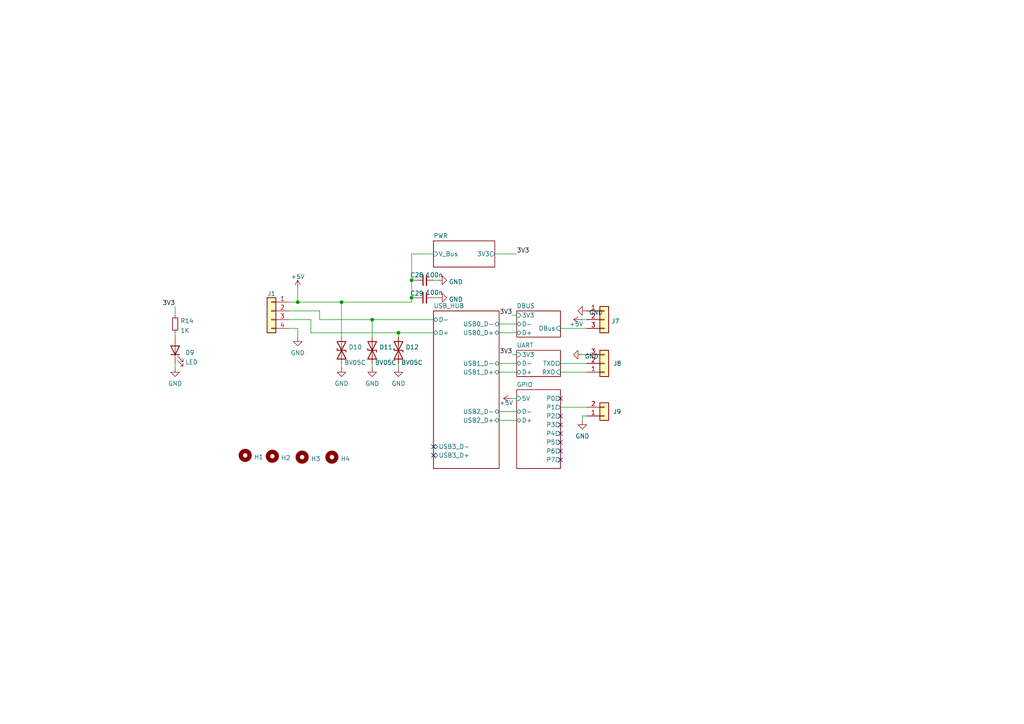
<source format=kicad_sch>
(kicad_sch (version 20230121) (generator eeschema)
  (paper "A4")
  (lib_symbols
    (symbol "Connector_Generic:Conn_01x02" (pin_names (offset 1.016) hide)
      (property "Reference" "J" (at 0 2.54 0))
      (property "Value" "Conn_01x02" (at 0 -5.08 0))
      (symbol "Conn_01x02_1_1"
        (rectangle (start -1.27 -2.413) (end 0 -2.667) (stroke (width 0.1524)))
        (rectangle (start -1.27 0.127) (end 0 -0.127) (stroke (width 0.1524)))
        (rectangle (start -1.27 1.27) (end 1.27 -3.81) (stroke (width 0.254)) (fill (type background)))
        (pin passive line (at -5.08 0 0) (length 3.81) (name "Pin_1") (number "1"))
        (pin passive line (at -5.08 -2.54 0) (length 3.81) (name "Pin_2") (number "2"))
      )
    )
    (symbol "Connector_Generic:Conn_01x03" (pin_names (offset 1.016) hide)
      (property "Reference" "J" (at 0 5.08 0))
      (property "Value" "Conn_01x03" (at 0 -5.08 0))
      (symbol "Conn_01x03_1_1"
        (rectangle (start -1.27 -2.413) (end 0 -2.667) (stroke (width 0.1524)))
        (rectangle (start -1.27 0.127) (end 0 -0.127) (stroke (width 0.1524)))
        (rectangle (start -1.27 2.667) (end 0 2.413) (stroke (width 0.1524)))
        (rectangle (start -1.27 3.81) (end 1.27 -3.81) (stroke (width 0.254)) (fill (type background)))
        (pin passive line (at -5.08 2.54 0) (length 3.81) (name "Pin_1") (number "1"))
        (pin passive line (at -5.08 0 0) (length 3.81) (name "Pin_2") (number "2"))
        (pin passive line (at -5.08 -2.54 0) (length 3.81) (name "Pin_3") (number "3"))
      )
    )
    (symbol "Connector_Generic:Conn_01x04" (pin_names (offset 1.016) hide)
      (property "Reference" "J" (at 0 5.08 0))
      (property "Value" "Conn_01x04" (at 0 -7.62 0))
      (symbol "Conn_01x04_1_1"
        (rectangle (start -1.27 -4.953) (end 0 -5.207) (stroke (width 0.1524)))
        (rectangle (start -1.27 -2.413) (end 0 -2.667) (stroke (width 0.1524)))
        (rectangle (start -1.27 0.127) (end 0 -0.127) (stroke (width 0.1524)))
        (rectangle (start -1.27 2.667) (end 0 2.413) (stroke (width 0.1524)))
        (rectangle (start -1.27 3.81) (end 1.27 -6.35) (stroke (width 0.254)) (fill (type background)))
        (pin passive line (at -5.08 2.54 0) (length 3.81) (name "Pin_1") (number "1"))
        (pin passive line (at -5.08 0 0) (length 3.81) (name "Pin_2") (number "2"))
        (pin passive line (at -5.08 -2.54 0) (length 3.81) (name "Pin_3") (number "3"))
        (pin passive line (at -5.08 -5.08 0) (length 3.81) (name "Pin_4") (number "4"))
      )
    )
    (symbol "Device:C_Small" (pin_numbers hide) (pin_names (offset 0.254) hide)
      (property "Reference" "C" (at 0.254 1.778 0))
      (property "Value" "C_Small" (at 0.254 -2.032 0))
      (symbol "C_Small_0_1"
        (polyline (pts (xy -1.524 -0.508) (xy 1.524 -0.508)) (stroke (width 0.3302)))
        (polyline (pts (xy -1.524 0.508) (xy 1.524 0.508)) (stroke (width 0.3048)))
      )
      (symbol "C_Small_1_1"
        (pin passive line (at 0 2.54 270) (length 2.032) (name "~") (number "1"))
        (pin passive line (at 0 -2.54 90) (length 2.032) (name "~") (number "2"))
      )
    )
    (symbol "Device:D_TVS" (pin_numbers hide) (pin_names (offset 1.016) hide)
      (property "Reference" "D" (at 0 2.54 0))
      (property "Value" "D_TVS" (at 0 -2.54 0))
      (symbol "D_TVS_0_1"
        (polyline (pts (xy 1.27 0) (xy -1.27 0)))
        (polyline (pts (xy 0.508 1.27) (xy 0 1.27) (xy 0 -1.27) (xy -0.508 -1.27)) (stroke (width 0.254)))
        (polyline (pts (xy -2.54 1.27) (xy -2.54 -1.27) (xy 2.54 1.27) (xy 2.54 -1.27) (xy -2.54 1.27)) (stroke (width 0.254)))
      )
      (symbol "D_TVS_1_1"
        (pin passive line (at -3.81 0 0) (length 2.54) (name "A1") (number "1"))
        (pin passive line (at 3.81 0 180) (length 2.54) (name "A2") (number "2"))
      )
    )
    (symbol "Device:LED" (pin_numbers hide) (pin_names (offset 1.016) hide)
      (property "Reference" "D" (at 0 2.54 0))
      (property "Value" "LED" (at 0 -2.54 0))
      (symbol "LED_0_1"
        (polyline (pts (xy -1.27 -1.27) (xy -1.27 1.27)) (stroke (width 0.254)))
        (polyline (pts (xy -1.27 0) (xy 1.27 0)))
        (polyline (pts (xy 1.27 -1.27) (xy 1.27 1.27) (xy -1.27 0) (xy 1.27 -1.27)) (stroke (width 0.254)))
        (polyline (pts (xy -3.048 -0.762) (xy -4.572 -2.286) (xy -3.81 -2.286) (xy -4.572 -2.286) (xy -4.572 -1.524)))
        (polyline (pts (xy -1.778 -0.762) (xy -3.302 -2.286) (xy -2.54 -2.286) (xy -3.302 -2.286) (xy -3.302 -1.524)))
      )
      (symbol "LED_1_1"
        (pin passive line (at -3.81 0 0) (length 2.54) (name "K") (number "1"))
        (pin passive line (at 3.81 0 180) (length 2.54) (name "A") (number "2"))
      )
    )
    (symbol "Device:R_Small" (pin_numbers hide) (pin_names (offset 0.254) hide)
      (property "Reference" "R" (at 0.762 0.508 0))
      (property "Value" "R_Small" (at 0.762 -1.016 0))
      (symbol "R_Small_0_1"
        (rectangle (start -0.762 1.778) (end 0.762 -1.778) (stroke (width 0.2032)))
      )
      (symbol "R_Small_1_1"
        (pin passive line (at 0 2.54 270) (length 0.762) (name "~") (number "1"))
        (pin passive line (at 0 -2.54 90) (length 0.762) (name "~") (number "2"))
      )
    )
    (symbol "Mechanical:MountingHole" (pin_names (offset 1.016))
      (property "Reference" "H" (at 0 5.08 0))
      (property "Value" "MountingHole" (at 0 3.175 0))
      (symbol "MountingHole_0_1"
        (circle (center 0 0) (radius 1.27) (stroke (width 1.27)))
      )
    )
    (symbol "power:+5V" (power) (pin_names (offset 0))
      (property "Value" "+5V" (at 0 3.556 0))
      (symbol "+5V_0_1"
        (polyline (pts (xy -0.762 1.27) (xy 0 2.54)))
        (polyline (pts (xy 0 0) (xy 0 2.54)))
        (polyline (pts (xy 0 2.54) (xy 0.762 1.27)))
      )
      (symbol "+5V_1_1"
        (pin power_in line (at 0 0 90) (length 0) hide (name "+5V") (number "1"))
      )
    )
    (symbol "power:GND" (power) (pin_names (offset 0))
      (property "Value" "GND" (at 0 -3.81 0))
      (symbol "GND_0_1"
        (polyline (pts (xy 0 0) (xy 0 -1.27) (xy 1.27 -1.27) (xy 0 -2.54) (xy -1.27 -1.27) (xy 0 -1.27)))
      )
      (symbol "GND_1_1"
        (pin power_in line (at 0 0 270) (length 0) hide (name "GND") (number "1"))
      )
    )
  )
  (junction (at 119.38 86.36))
  (junction (at 86.36 87.63))
  (junction (at 99.06 87.63))
  (junction (at 119.38 81.28))
  (junction (at 115.57 96.52))
  (junction (at 107.95 92.71))
  (no_connect (at 162.56 120.65))
  (no_connect (at 162.56 115.57))
  (no_connect (at 162.56 130.81))
  (no_connect (at 162.56 128.27))
  (no_connect (at 125.73 129.54))
  (no_connect (at 162.56 123.19))
  (no_connect (at 125.73 132.08))
  (no_connect (at 162.56 133.35))
  (no_connect (at 162.56 125.73))
  (wire (pts (xy 119.38 81.28) (xy 119.38 86.36)))
  (wire (pts (xy 119.38 81.28) (xy 120.65 81.28)))
  (wire (pts (xy 119.38 73.66) (xy 119.38 81.28)))
  (wire (pts (xy 99.06 87.63) (xy 99.06 97.79)))
  (wire (pts (xy 144.78 119.38) (xy 149.86 119.38)))
  (wire (pts (xy 86.36 97.79) (xy 86.36 95.25)))
  (wire (pts (xy 50.8 88.9) (xy 50.8 91.44)))
  (wire (pts (xy 162.56 107.95) (xy 170.18 107.95)))
  (wire (pts (xy 107.95 92.71) (xy 125.73 92.71)))
  (wire (pts (xy 99.06 87.63) (xy 119.38 87.63)))
  (wire (pts (xy 92.71 92.71) (xy 92.71 90.17)))
  (wire (pts (xy 148.59 115.57) (xy 149.86 115.57)))
  (wire (pts (xy 107.95 92.71) (xy 107.95 97.79)))
  (wire (pts (xy 148.59 91.44) (xy 149.86 91.44)))
  (wire (pts (xy 144.78 96.52) (xy 149.86 96.52)))
  (wire (pts (xy 148.59 102.87) (xy 149.86 102.87)))
  (wire (pts (xy 168.91 102.87) (xy 170.18 102.87)))
  (wire (pts (xy 162.56 118.11) (xy 170.18 118.11)))
  (wire (pts (xy 119.38 73.66) (xy 125.73 73.66)))
  (wire (pts (xy 90.17 96.52) (xy 90.17 92.71)))
  (wire (pts (xy 83.82 87.63) (xy 86.36 87.63)))
  (wire (pts (xy 86.36 87.63) (xy 99.06 87.63)))
  (wire (pts (xy 144.78 105.41) (xy 149.86 105.41)))
  (wire (pts (xy 168.91 92.71) (xy 170.18 92.71)))
  (wire (pts (xy 162.56 105.41) (xy 170.18 105.41)))
  (wire (pts (xy 143.51 73.66) (xy 149.86 73.66)))
  (wire (pts (xy 144.78 121.92) (xy 149.86 121.92)))
  (wire (pts (xy 125.73 81.28) (xy 127 81.28)))
  (wire (pts (xy 162.56 95.25) (xy 170.18 95.25)))
  (wire (pts (xy 90.17 92.71) (xy 83.82 92.71)))
  (wire (pts (xy 50.8 105.41) (xy 50.8 106.68)))
  (wire (pts (xy 50.8 96.52) (xy 50.8 97.79)))
  (wire (pts (xy 92.71 92.71) (xy 107.95 92.71)))
  (wire (pts (xy 125.73 86.36) (xy 127 86.36)))
  (wire (pts (xy 115.57 96.52) (xy 115.57 97.79)))
  (wire (pts (xy 168.91 121.92) (xy 168.91 120.65)))
  (wire (pts (xy 92.71 90.17) (xy 83.82 90.17)))
  (wire (pts (xy 115.57 105.41) (xy 115.57 106.68)))
  (wire (pts (xy 119.38 87.63) (xy 119.38 86.36)))
  (wire (pts (xy 168.91 120.65) (xy 170.18 120.65)))
  (wire (pts (xy 107.95 105.41) (xy 107.95 106.68)))
  (wire (pts (xy 115.57 96.52) (xy 125.73 96.52)))
  (wire (pts (xy 144.78 93.98) (xy 149.86 93.98)))
  (wire (pts (xy 144.78 107.95) (xy 149.86 107.95)))
  (wire (pts (xy 90.17 96.52) (xy 115.57 96.52)))
  (wire (pts (xy 99.06 105.41) (xy 99.06 106.68)))
  (wire (pts (xy 86.36 83.82) (xy 86.36 87.63)))
  (wire (pts (xy 86.36 95.25) (xy 83.82 95.25)))
  (wire (pts (xy 119.38 86.36) (xy 120.65 86.36)))
  (label "3V3" (at 149.86 73.66 0))
  (label "3V3" (at 148.59 91.44 180))
  (label "3V3" (at 148.59 102.87 180))
  (label "3V3" (at 50.8 88.9 180))
  (symbol (lib_id "power:GND") (at 50.8 106.68 0) (unit 1)
    (property "Reference" "#PWR055" (effects hide))
    (property "Value" "GND" (at 50.8 111.2425 0))
  )
  (symbol (lib_id "power:GND") (at 115.57 106.68 0) (unit 1)
    (property "Reference" "#PWR0103" (effects hide))
    (property "Value" "GND" (at 115.57 111.2425 0))
  )
  (symbol (lib_id "Mechanical:MountingHole") (at 87.63 132.588 0) (unit 1)
    (property "Reference" "H3" (at 90.17 133.067 0) (effects (justify left)))
    (property "Value" "MountingHole" (effects hide))
    (property "Footprint" "MountingHole:MountingHole_2.7mm_M2.5" (effects hide))
  )
  (symbol (lib_id "power:+5V") (at 86.36 83.82 0) (unit 1)
    (property "Reference" "#PWR0102" (effects hide))
    (property "Value" "+5V" (at 86.36 80.2442 0))
  )
  (symbol (lib_id "Connector_Generic:Conn_01x04") (at 78.74 90.17 0) (mirror y) (unit 1)
    (property "Reference" "J1" (at 78.74 85.1972 0))
    (property "Value" "Conn_01x04" (effects hide))
    (property "Footprint" "Connector_JST:JST_GH_SM04B-GHS-TB_1x04-1MP_P1.25mm_Horizontal" (effects hide))
  )
  (symbol (lib_id "power:+5V") (at 168.91 92.71 90) (unit 1)
    (property "Reference" "#PWR0125" (effects hide))
    (property "Value" "+5V" (at 165.1 93.98 90) (effects (justify right)))
  )
  (symbol (lib_id "Device:C_Small") (at 123.19 81.28 90) (unit 1)
    (property "Reference" "C28" (at 120.904 79.756 90))
    (property "Value" "100n" (at 125.984 79.756 90))
    (property "Footprint" "Capacitor_SMD:C_0603_1608Metric" (effects hide))
  )
  (symbol (lib_id "power:GND") (at 168.91 121.92 0) (unit 1)
    (property "Reference" "#PWR0118" (effects hide))
    (property "Value" "GND" (at 168.91 126.4825 0))
  )
  (symbol (lib_id "Mechanical:MountingHole") (at 96.266 132.588 0) (unit 1)
    (property "Reference" "H4" (at 98.806 133.067 0) (effects (justify left)))
    (property "Value" "MountingHole" (effects hide))
    (property "Footprint" "MountingHole:MountingHole_2.7mm_M2.5" (effects hide))
  )
  (symbol (lib_id "power:GND") (at 127 81.28 90) (unit 1)
    (property "Reference" "#PWR0122" (effects hide))
    (property "Value" "GND" (at 130.175 81.759 90) (effects (justify right)))
  )
  (symbol (lib_id "Device:D_TVS") (at 115.57 101.6 90) (unit 1)
    (property "Reference" "D12" (at 117.602 100.6915 90) (effects (justify right)))
    (property "Value" "BV05C" (at 116.332 105.156 90) (effects (justify right)))
    (property "Footprint" "Diode_SMD:D_SOD-323" (effects hide))
  )
  (symbol (lib_id "Device:R_Small") (at 50.8 93.98 0) (unit 1)
    (property "Reference" "R14" (at 52.2986 93.0715 0) (effects (justify left)))
    (property "Value" "1K" (at 52.2986 95.8466 0) (effects (justify left)))
    (property "Footprint" "Resistor_SMD:R_0603_1608Metric" (effects hide))
  )
  (symbol (lib_id "power:GND") (at 107.95 106.68 0) (unit 1)
    (property "Reference" "#PWR0101" (effects hide))
    (property "Value" "GND" (at 107.95 111.2425 0))
  )
  (symbol (lib_id "power:GND") (at 86.36 97.79 0) (unit 1)
    (property "Reference" "#PWR0105" (effects hide))
    (property "Value" "GND" (at 86.36 102.3525 0))
  )
  (symbol (lib_id "Mechanical:MountingHole") (at 71.12 132.08 0) (unit 1)
    (property "Reference" "H1" (at 73.66 132.559 0) (effects (justify left)))
    (property "Value" "MountingHole" (effects hide))
    (property "Footprint" "MountingHole:MountingHole_2.7mm_M2.5" (effects hide))
  )
  (symbol (lib_id "Connector_Generic:Conn_01x02") (at 175.26 120.65 0) (mirror x) (unit 1)
    (property "Reference" "J9" (at 177.8 119.38 0) (effects (justify left)))
    (property "Value" "Conn_01x02" (effects hide))
    (property "Footprint" "Connector_JST:JST_GH_SM02B-GHS-TB_1x02-1MP_P1.25mm_Horizontal" (effects hide))
  )
  (symbol (lib_id "Device:LED") (at 50.8 101.6 90) (unit 1)
    (property "Reference" "D9" (at 53.721 102.279 90) (effects (justify right)))
    (property "Value" "LED" (at 53.721 105.0541 90) (effects (justify right)))
    (property "Footprint" "LED_SMD:LED_0603_1608Metric" (effects hide))
  )
  (symbol (lib_id "power:GND") (at 127 86.36 90) (unit 1)
    (property "Reference" "#PWR0121" (effects hide))
    (property "Value" "GND" (at 130.175 86.839 90) (effects (justify right)))
  )
  (symbol (lib_id "Connector_Generic:Conn_01x03") (at 175.26 92.71 0) (unit 1)
    (property "Reference" "J7" (at 177.292 93.189 0) (effects (justify left)))
    (property "Value" "Conn_01x03" (effects hide))
    (property "Footprint" "Connector_JST:JST_GH_SM03B-GHS-TB_1x03-1MP_P1.25mm_Horizontal" (effects hide))
  )
  (symbol (lib_id "power:+5V") (at 148.59 115.57 90) (unit 1)
    (property "Reference" "#PWR0126" (effects hide))
    (property "Value" "+5V" (at 144.78 116.84 90) (effects (justify right)))
  )
  (symbol (lib_id "Device:D_TVS") (at 107.95 101.6 90) (unit 1)
    (property "Reference" "D11" (at 109.982 100.6915 90) (effects (justify right)))
    (property "Value" "BV05C" (at 108.712 105.156 90) (effects (justify right)))
    (property "Footprint" "Diode_SMD:D_SOD-323" (effects hide))
  )
  (symbol (lib_id "power:GND") (at 168.91 102.87 270) (unit 1)
    (property "Reference" "#PWR0120" (effects hide))
    (property "Value" "GND" (at 169.545 103.349 90) (effects (justify left)))
  )
  (symbol (lib_id "power:GND") (at 99.06 106.68 0) (unit 1)
    (property "Reference" "#PWR0104" (effects hide))
    (property "Value" "GND" (at 99.06 111.2425 0))
  )
  (symbol (lib_id "power:GND") (at 170.18 90.17 270) (unit 1)
    (property "Reference" "#PWR0119" (effects hide))
    (property "Value" "GND" (at 170.815 90.649 90) (effects (justify left)))
  )
  (symbol (lib_id "Device:C_Small") (at 123.19 86.36 90) (unit 1)
    (property "Reference" "C29" (at 120.904 85.09 90))
    (property "Value" "100n" (at 125.984 84.836 90))
    (property "Footprint" "Capacitor_SMD:C_0603_1608Metric" (effects hide))
  )
  (symbol (lib_id "Device:D_TVS") (at 99.06 101.6 90) (unit 1)
    (property "Reference" "D10" (at 101.092 100.6915 90) (effects (justify right)))
    (property "Value" "BV05C" (at 99.822 105.156 90) (effects (justify right)))
    (property "Footprint" "Diode_SMD:D_SOD-323" (effects hide))
  )
  (symbol (lib_id "Connector_Generic:Conn_01x03") (at 175.26 105.41 0) (mirror x) (unit 1)
    (property "Reference" "J8" (at 179.07 105.41 0))
    (property "Value" "Conn_01x03" (effects hide))
    (property "Footprint" "Connector_JST:JST_GH_SM03B-GHS-TB_1x03-1MP_P1.25mm_Horizontal" (effects hide))
  )
  (symbol (lib_id "Mechanical:MountingHole") (at 78.994 132.334 0) (unit 1)
    (property "Reference" "H2" (at 81.534 132.813 0) (effects (justify left)))
    (property "Value" "MountingHole" (effects hide))
    (property "Footprint" "MountingHole:MountingHole_2.7mm_M2.5" (effects hide))
  )
  (sheet (at 149.86 101.6) (size 12.7 7.62) (stroke (width 0.1524))
    (property "Sheetname" "UART" (at 149.86 100.8884 0) (effects (justify left bottom)))
    (property "Sheetfile" "UART.kicad_sch" (effects hide))
    (pin "D-" bidirectional (at 149.86 105.41 180))
    (pin "D+" bidirectional (at 149.86 107.95 180))
    (pin "TXD" output (at 162.56 105.41 0))
    (pin "RXD" input (at 162.56 107.95 0))
    (pin "3V3" input (at 149.86 102.87 180))
  )
  (sheet (at 125.73 90.17) (size 19.05 45.72) (stroke (width 0.1524))
    (property "Sheetname" "USB_HUB" (at 125.73 89.4584 0) (effects (justify left bottom)))
    (property "Sheetfile" "USB_HUB.kicad_sch" (effects hide))
    (pin "D+" bidirectional (at 125.73 96.52 180))
    (pin "D-" bidirectional (at 125.73 92.71 180))
    (pin "USB1_D+" bidirectional (at 144.78 107.95 0))
    (pin "USB1_D-" bidirectional (at 144.78 105.41 0))
    (pin "USB0_D-" bidirectional (at 144.78 93.98 0))
    (pin "USB0_D+" bidirectional (at 144.78 96.52 0))
    (pin "USB2_D-" bidirectional (at 144.78 119.38 0))
    (pin "USB2_D+" bidirectional (at 144.78 121.92 0))
    (pin "USB3_D-" bidirectional (at 125.73 129.54 180))
    (pin "USB3_D+" bidirectional (at 125.73 132.08 180))
  )
  (sheet (at 149.86 113.03) (size 12.7 22.86) (stroke (width 0.1524))
    (property "Sheetname" "GPIO" (at 149.86 112.3184 0) (effects (justify left bottom)))
    (property "Sheetfile" "GPIO.kicad_sch" (effects hide))
    (pin "5V" input (at 149.86 115.57 180))
    (pin "P0" output (at 162.56 115.57 0))
    (pin "P6" output (at 162.56 130.81 0))
    (pin "P1" output (at 162.56 118.11 0))
    (pin "P2" output (at 162.56 120.65 0))
    (pin "P3" output (at 162.56 123.19 0))
    (pin "P4" output (at 162.56 125.73 0))
    (pin "P5" output (at 162.56 128.27 0))
    (pin "P7" output (at 162.56 133.35 0))
    (pin "D-" bidirectional (at 149.86 119.38 180))
    (pin "D+" bidirectional (at 149.86 121.92 180))
  )
  (sheet (at 125.73 69.85) (size 17.78 7.62) (stroke (width 0.1524))
    (property "Sheetname" "PWR" (at 125.73 69.1384 0) (effects (justify left bottom)))
    (property "Sheetfile" "PWR.kicad_sch" (effects hide))
    (pin "V_Bus" input (at 125.73 73.66 180))
    (pin "3V3" output (at 143.51 73.66 0))
  )
  (sheet (at 149.86 90.17) (size 12.7 7.62) (stroke (width 0.1524))
    (property "Sheetname" "DBUS" (at 149.86 89.4584 0) (effects (justify left bottom)))
    (property "Sheetfile" "DBUS.kicad_sch" (effects hide))
    (pin "D-" bidirectional (at 149.86 93.98 180))
    (pin "D+" bidirectional (at 149.86 96.52 180))
    (pin "DBus" input (at 162.56 95.25 0))
    (pin "3V3" input (at 149.86 91.44 180))
  )
)
</source>
